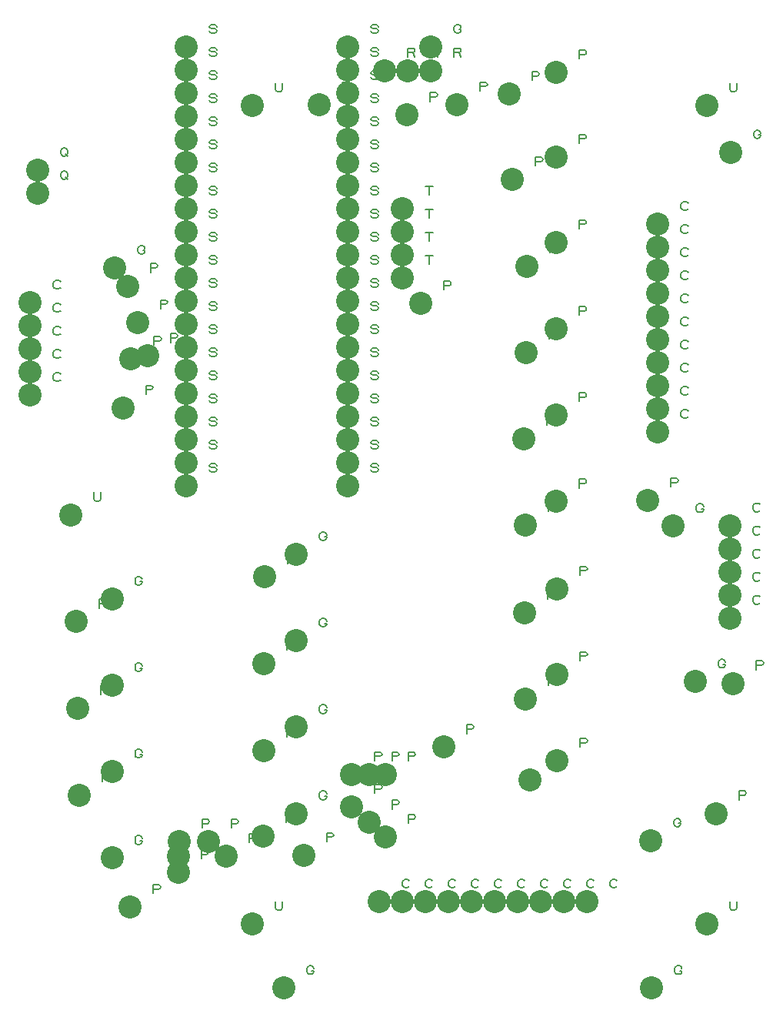
<source format=gbr>
G04 DesignSpark PCB PRO Gerber Version 10.0 Build 5299*
G04 #@! TF.Part,Single*
G04 #@! TF.FileFunction,Drillmap*
G04 #@! TF.FilePolarity,Positive*
%FSLAX35Y35*%
%MOIN*%
%ADD10C,0.00500*%
G04 #@! TA.AperFunction,ViaPad*
%ADD79C,0.10000*%
G04 #@! TD.AperFunction*
X0Y0D02*
D02*
D10*
X55107Y305238D02*
X54795Y304925D01*
X54170Y304613D01*
X53232D01*
X52607Y304925D01*
X52295Y305238D01*
X51982Y305863D01*
Y307113D01*
X52295Y307738D01*
X52607Y308050D01*
X53232Y308363D01*
X54170D01*
X54795Y308050D01*
X55107Y307738D01*
Y315238D02*
X54795Y314925D01*
X54170Y314613D01*
X53232D01*
X52607Y314925D01*
X52295Y315238D01*
X51982Y315863D01*
Y317113D01*
X52295Y317738D01*
X52607Y318050D01*
X53232Y318363D01*
X54170D01*
X54795Y318050D01*
X55107Y317738D01*
Y325238D02*
X54795Y324925D01*
X54170Y324613D01*
X53232D01*
X52607Y324925D01*
X52295Y325238D01*
X51982Y325863D01*
Y327113D01*
X52295Y327738D01*
X52607Y328050D01*
X53232Y328363D01*
X54170D01*
X54795Y328050D01*
X55107Y327738D01*
Y335238D02*
X54795Y334925D01*
X54170Y334613D01*
X53232D01*
X52607Y334925D01*
X52295Y335238D01*
X51982Y335863D01*
Y337113D01*
X52295Y337738D01*
X52607Y338050D01*
X53232Y338363D01*
X54170D01*
X54795Y338050D01*
X55107Y337738D01*
Y345238D02*
X54795Y344925D01*
X54170Y344613D01*
X53232D01*
X52607Y344925D01*
X52295Y345238D01*
X51982Y345863D01*
Y347113D01*
X52295Y347738D01*
X52607Y348050D01*
X53232Y348363D01*
X54170D01*
X54795Y348050D01*
X55107Y347738D01*
X55132Y393264D02*
Y394514D01*
X55444Y395139D01*
X55757Y395452D01*
X56382Y395764D01*
X57007D01*
X57632Y395452D01*
X57944Y395139D01*
X58257Y394514D01*
Y393264D01*
X57944Y392639D01*
X57632Y392327D01*
X57007Y392014D01*
X56382D01*
X55757Y392327D01*
X55444Y392639D01*
X55132Y393264D01*
X57319Y392952D02*
X58257Y392014D01*
X55132Y403264D02*
Y404514D01*
X55444Y405139D01*
X55757Y405452D01*
X56382Y405764D01*
X57007D01*
X57632Y405452D01*
X57944Y405139D01*
X58257Y404514D01*
Y403264D01*
X57944Y402639D01*
X57632Y402327D01*
X57007Y402014D01*
X56382D01*
X55757Y402327D01*
X55444Y402639D01*
X55132Y403264D01*
X57319Y402952D02*
X58257Y402014D01*
X69502Y256591D02*
Y253779D01*
X69815Y253154D01*
X70439Y252841D01*
X71689D01*
X72315Y253154D01*
X72627Y253779D01*
Y256591D01*
X72061Y206581D02*
Y210331D01*
X74248D01*
X74874Y210019D01*
X75186Y209394D01*
X74874Y208769D01*
X74248Y208456D01*
X72061D01*
X72455Y169180D02*
Y172930D01*
X74642D01*
X75267Y172617D01*
X75580Y171992D01*
X75267Y171367D01*
X74642Y171055D01*
X72455D01*
X73242Y131384D02*
Y135134D01*
X75430D01*
X76055Y134822D01*
X76367Y134197D01*
X76055Y133572D01*
X75430Y133259D01*
X73242D01*
X89603Y105781D02*
X90541D01*
Y105469D01*
X90228Y104844D01*
X89915Y104531D01*
X89291Y104219D01*
X88665D01*
X88041Y104531D01*
X87728Y104844D01*
X87415Y105469D01*
Y106719D01*
X87728Y107344D01*
X88041Y107657D01*
X88665Y107969D01*
X89291D01*
X89915Y107657D01*
X90228Y107344D01*
X90541Y106719D01*
X89603Y143183D02*
X90541D01*
Y142870D01*
X90228Y142246D01*
X89915Y141933D01*
X89291Y141620D01*
X88665D01*
X88041Y141933D01*
X87728Y142246D01*
X87415Y142870D01*
Y144120D01*
X87728Y144746D01*
X88041Y145058D01*
X88665Y145370D01*
X89291D01*
X89915Y145058D01*
X90228Y144746D01*
X90541Y144120D01*
X89603Y180585D02*
X90541D01*
Y180272D01*
X90228Y179647D01*
X89915Y179335D01*
X89291Y179022D01*
X88665D01*
X88041Y179335D01*
X87728Y179647D01*
X87415Y180272D01*
Y181522D01*
X87728Y182147D01*
X88041Y182460D01*
X88665Y182772D01*
X89291D01*
X89915Y182460D01*
X90228Y182147D01*
X90541Y181522D01*
X89603Y217986D02*
X90541D01*
Y217674D01*
X90228Y217049D01*
X89915Y216736D01*
X89291Y216424D01*
X88665D01*
X88041Y216736D01*
X87728Y217049D01*
X87415Y217674D01*
Y218924D01*
X87728Y219549D01*
X88041Y219861D01*
X88665Y220174D01*
X89291D01*
X89915Y219861D01*
X90228Y219549D01*
X90541Y218924D01*
X90784Y361293D02*
X91722D01*
Y360981D01*
X91409Y360356D01*
X91096Y360043D01*
X90472Y359731D01*
X89846D01*
X89222Y360043D01*
X88909Y360356D01*
X88596Y360981D01*
Y362231D01*
X88909Y362856D01*
X89222Y363169D01*
X89846Y363481D01*
X90472D01*
X91096Y363169D01*
X91409Y362856D01*
X91722Y362231D01*
X92140Y299144D02*
Y302894D01*
X94327D01*
X94952Y302582D01*
X95265Y301957D01*
X94952Y301332D01*
X94327Y301019D01*
X92140D01*
X94108Y351857D02*
Y355607D01*
X96296D01*
X96921Y355294D01*
X97233Y354669D01*
X96921Y354044D01*
X96296Y353732D01*
X94108D01*
X95289Y82959D02*
Y86709D01*
X97477D01*
X98102Y86397D01*
X98415Y85772D01*
X98102Y85147D01*
X97477Y84834D01*
X95289D01*
X95683Y320361D02*
Y324111D01*
X97870D01*
X98496Y323798D01*
X98808Y323173D01*
X98496Y322548D01*
X97870Y322236D01*
X95683D01*
X98439Y336109D02*
Y339859D01*
X100626D01*
X101252Y339546D01*
X101564Y338921D01*
X101252Y338296D01*
X100626Y337984D01*
X98439D01*
X102770Y321542D02*
Y325292D01*
X104957D01*
X105582Y324980D01*
X105895Y324354D01*
X105582Y323730D01*
X104957Y323417D01*
X102770D01*
X116156Y97920D02*
Y101670D01*
X118343D01*
X118968Y101357D01*
X119281Y100732D01*
X118968Y100107D01*
X118343Y99795D01*
X116156D01*
Y105006D02*
Y108756D01*
X118343D01*
X118968Y108444D01*
X119281Y107819D01*
X118968Y107194D01*
X118343Y106881D01*
X116156D01*
X116549Y111306D02*
Y115056D01*
X118737D01*
X119362Y114743D01*
X119674Y114118D01*
X119362Y113493D01*
X118737Y113181D01*
X116549D01*
X119699Y266338D02*
X120011Y265713D01*
X120636Y265400D01*
X121886D01*
X122511Y265713D01*
X122824Y266338D01*
X122511Y266963D01*
X121886Y267275D01*
X120636D01*
X120011Y267588D01*
X119699Y268213D01*
X120011Y268838D01*
X120636Y269150D01*
X121886D01*
X122511Y268838D01*
X122824Y268213D01*
X119699Y276338D02*
X120011Y275713D01*
X120636Y275400D01*
X121886D01*
X122511Y275713D01*
X122824Y276338D01*
X122511Y276963D01*
X121886Y277275D01*
X120636D01*
X120011Y277588D01*
X119699Y278213D01*
X120011Y278838D01*
X120636Y279150D01*
X121886D01*
X122511Y278838D01*
X122824Y278213D01*
X119699Y286338D02*
X120011Y285713D01*
X120636Y285400D01*
X121886D01*
X122511Y285713D01*
X122824Y286338D01*
X122511Y286963D01*
X121886Y287275D01*
X120636D01*
X120011Y287588D01*
X119699Y288213D01*
X120011Y288838D01*
X120636Y289150D01*
X121886D01*
X122511Y288838D01*
X122824Y288213D01*
X119699Y296338D02*
X120011Y295713D01*
X120636Y295400D01*
X121886D01*
X122511Y295713D01*
X122824Y296338D01*
X122511Y296963D01*
X121886Y297275D01*
X120636D01*
X120011Y297588D01*
X119699Y298213D01*
X120011Y298838D01*
X120636Y299150D01*
X121886D01*
X122511Y298838D01*
X122824Y298213D01*
X119699Y306338D02*
X120011Y305713D01*
X120636Y305400D01*
X121886D01*
X122511Y305713D01*
X122824Y306338D01*
X122511Y306963D01*
X121886Y307275D01*
X120636D01*
X120011Y307588D01*
X119699Y308213D01*
X120011Y308838D01*
X120636Y309150D01*
X121886D01*
X122511Y308838D01*
X122824Y308213D01*
X119699Y316338D02*
X120011Y315713D01*
X120636Y315400D01*
X121886D01*
X122511Y315713D01*
X122824Y316338D01*
X122511Y316963D01*
X121886Y317275D01*
X120636D01*
X120011Y317588D01*
X119699Y318213D01*
X120011Y318838D01*
X120636Y319150D01*
X121886D01*
X122511Y318838D01*
X122824Y318213D01*
X119699Y326338D02*
X120011Y325713D01*
X120636Y325400D01*
X121886D01*
X122511Y325713D01*
X122824Y326338D01*
X122511Y326963D01*
X121886Y327275D01*
X120636D01*
X120011Y327588D01*
X119699Y328213D01*
X120011Y328838D01*
X120636Y329150D01*
X121886D01*
X122511Y328838D01*
X122824Y328213D01*
X119699Y336338D02*
X120011Y335713D01*
X120636Y335400D01*
X121886D01*
X122511Y335713D01*
X122824Y336338D01*
X122511Y336963D01*
X121886Y337275D01*
X120636D01*
X120011Y337588D01*
X119699Y338213D01*
X120011Y338838D01*
X120636Y339150D01*
X121886D01*
X122511Y338838D01*
X122824Y338213D01*
X119699Y346338D02*
X120011Y345713D01*
X120636Y345400D01*
X121886D01*
X122511Y345713D01*
X122824Y346338D01*
X122511Y346963D01*
X121886Y347275D01*
X120636D01*
X120011Y347588D01*
X119699Y348213D01*
X120011Y348838D01*
X120636Y349150D01*
X121886D01*
X122511Y348838D01*
X122824Y348213D01*
X119699Y356338D02*
X120011Y355713D01*
X120636Y355400D01*
X121886D01*
X122511Y355713D01*
X122824Y356338D01*
X122511Y356963D01*
X121886Y357275D01*
X120636D01*
X120011Y357588D01*
X119699Y358213D01*
X120011Y358838D01*
X120636Y359150D01*
X121886D01*
X122511Y358838D01*
X122824Y358213D01*
X119699Y366338D02*
X120011Y365713D01*
X120636Y365400D01*
X121886D01*
X122511Y365713D01*
X122824Y366338D01*
X122511Y366963D01*
X121886Y367275D01*
X120636D01*
X120011Y367588D01*
X119699Y368213D01*
X120011Y368838D01*
X120636Y369150D01*
X121886D01*
X122511Y368838D01*
X122824Y368213D01*
X119699Y376338D02*
X120011Y375713D01*
X120636Y375400D01*
X121886D01*
X122511Y375713D01*
X122824Y376338D01*
X122511Y376963D01*
X121886Y377275D01*
X120636D01*
X120011Y377588D01*
X119699Y378213D01*
X120011Y378838D01*
X120636Y379150D01*
X121886D01*
X122511Y378838D01*
X122824Y378213D01*
X119699Y386338D02*
X120011Y385713D01*
X120636Y385400D01*
X121886D01*
X122511Y385713D01*
X122824Y386338D01*
X122511Y386963D01*
X121886Y387275D01*
X120636D01*
X120011Y387588D01*
X119699Y388213D01*
X120011Y388838D01*
X120636Y389150D01*
X121886D01*
X122511Y388838D01*
X122824Y388213D01*
X119699Y396338D02*
X120011Y395713D01*
X120636Y395400D01*
X121886D01*
X122511Y395713D01*
X122824Y396338D01*
X122511Y396963D01*
X121886Y397275D01*
X120636D01*
X120011Y397588D01*
X119699Y398213D01*
X120011Y398838D01*
X120636Y399150D01*
X121886D01*
X122511Y398838D01*
X122824Y398213D01*
X119699Y406338D02*
X120011Y405713D01*
X120636Y405400D01*
X121886D01*
X122511Y405713D01*
X122824Y406338D01*
X122511Y406963D01*
X121886Y407275D01*
X120636D01*
X120011Y407588D01*
X119699Y408213D01*
X120011Y408838D01*
X120636Y409150D01*
X121886D01*
X122511Y408838D01*
X122824Y408213D01*
X119699Y416338D02*
X120011Y415713D01*
X120636Y415400D01*
X121886D01*
X122511Y415713D01*
X122824Y416338D01*
X122511Y416963D01*
X121886Y417275D01*
X120636D01*
X120011Y417588D01*
X119699Y418213D01*
X120011Y418838D01*
X120636Y419150D01*
X121886D01*
X122511Y418838D01*
X122824Y418213D01*
X119699Y426338D02*
X120011Y425713D01*
X120636Y425400D01*
X121886D01*
X122511Y425713D01*
X122824Y426338D01*
X122511Y426963D01*
X121886Y427275D01*
X120636D01*
X120011Y427588D01*
X119699Y428213D01*
X120011Y428838D01*
X120636Y429150D01*
X121886D01*
X122511Y428838D01*
X122824Y428213D01*
X119699Y436338D02*
X120011Y435713D01*
X120636Y435400D01*
X121886D01*
X122511Y435713D01*
X122824Y436338D01*
X122511Y436963D01*
X121886Y437275D01*
X120636D01*
X120011Y437588D01*
X119699Y438213D01*
X120011Y438838D01*
X120636Y439150D01*
X121886D01*
X122511Y438838D01*
X122824Y438213D01*
X119699Y446338D02*
X120011Y445713D01*
X120636Y445400D01*
X121886D01*
X122511Y445713D01*
X122824Y446338D01*
X122511Y446963D01*
X121886Y447275D01*
X120636D01*
X120011Y447588D01*
X119699Y448213D01*
X120011Y448838D01*
X120636Y449150D01*
X121886D01*
X122511Y448838D01*
X122824Y448213D01*
X119699Y456338D02*
X120011Y455713D01*
X120636Y455400D01*
X121886D01*
X122511Y455713D01*
X122824Y456338D01*
X122511Y456963D01*
X121886Y457275D01*
X120636D01*
X120011Y457588D01*
X119699Y458213D01*
X120011Y458838D01*
X120636Y459150D01*
X121886D01*
X122511Y458838D01*
X122824Y458213D01*
X129148Y111306D02*
Y115056D01*
X131335D01*
X131960Y114743D01*
X132273Y114118D01*
X131960Y113493D01*
X131335Y113181D01*
X129148D01*
X137022Y105006D02*
Y108756D01*
X139209D01*
X139834Y108444D01*
X140147Y107819D01*
X139834Y107194D01*
X139209Y106881D01*
X137022D01*
X148242Y79426D02*
Y76613D01*
X148555Y75988D01*
X149180Y75676D01*
X150430D01*
X151055Y75988D01*
X151367Y76613D01*
Y79426D01*
X148242Y433756D02*
Y430944D01*
X148555Y430319D01*
X149180Y430006D01*
X150430D01*
X151055Y430319D01*
X151367Y430944D01*
Y433756D01*
X152770Y113668D02*
Y117418D01*
X154957D01*
X155582Y117106D01*
X155895Y116480D01*
X155582Y115856D01*
X154957Y115543D01*
X152770D01*
X153163Y150676D02*
Y154426D01*
X155351D01*
X155976Y154113D01*
X156289Y153488D01*
X155976Y152863D01*
X155351Y152551D01*
X153163D01*
Y188471D02*
Y192221D01*
X155351D01*
X155976Y191909D01*
X156289Y191283D01*
X155976Y190659D01*
X155351Y190346D01*
X153163D01*
X153557Y225872D02*
Y229622D01*
X155744D01*
X156370Y229310D01*
X156682Y228685D01*
X156370Y228060D01*
X155744Y227748D01*
X153557D01*
X164012Y49482D02*
X164950D01*
Y49170D01*
X164637Y48545D01*
X164325Y48232D01*
X163700Y47920D01*
X163075D01*
X162450Y48232D01*
X162137Y48545D01*
X161825Y49170D01*
Y50420D01*
X162137Y51045D01*
X162450Y51357D01*
X163075Y51670D01*
X163700D01*
X164325Y51357D01*
X164637Y51045D01*
X164950Y50420D01*
X169524Y125073D02*
X170462D01*
Y124760D01*
X170149Y124135D01*
X169837Y123823D01*
X169212Y123510D01*
X168587D01*
X167962Y123823D01*
X167649Y124135D01*
X167337Y124760D01*
Y126010D01*
X167649Y126635D01*
X167962Y126948D01*
X168587Y127260D01*
X169212D01*
X169837Y126948D01*
X170149Y126635D01*
X170462Y126010D01*
X169524Y162474D02*
X170462D01*
Y162162D01*
X170149Y161537D01*
X169837Y161224D01*
X169212Y160912D01*
X168587D01*
X167962Y161224D01*
X167649Y161537D01*
X167337Y162162D01*
Y163412D01*
X167649Y164037D01*
X167962Y164350D01*
X168587Y164662D01*
X169212D01*
X169837Y164350D01*
X170149Y164037D01*
X170462Y163412D01*
X169524Y199876D02*
X170462D01*
Y199563D01*
X170149Y198939D01*
X169837Y198626D01*
X169212Y198313D01*
X168587D01*
X167962Y198626D01*
X167649Y198939D01*
X167337Y199563D01*
Y200813D01*
X167649Y201439D01*
X167962Y201751D01*
X168587Y202063D01*
X169212D01*
X169837Y201751D01*
X170149Y201439D01*
X170462Y200813D01*
X169524Y237278D02*
X170462D01*
Y236965D01*
X170149Y236340D01*
X169837Y236028D01*
X169212Y235715D01*
X168587D01*
X167962Y236028D01*
X167649Y236340D01*
X167337Y236965D01*
Y238215D01*
X167649Y238840D01*
X167962Y239153D01*
X168587Y239465D01*
X169212D01*
X169837Y239153D01*
X170149Y238840D01*
X170462Y238215D01*
X170486Y105400D02*
Y109150D01*
X172674D01*
X173299Y108838D01*
X173611Y108213D01*
X173299Y107588D01*
X172674Y107275D01*
X170486D01*
X177376Y430400D02*
Y434150D01*
X179563D01*
X180189Y433838D01*
X180501Y433213D01*
X180189Y432588D01*
X179563Y432275D01*
X177376D01*
X189699Y266338D02*
X190011Y265713D01*
X190636Y265400D01*
X191886D01*
X192511Y265713D01*
X192824Y266338D01*
X192511Y266963D01*
X191886Y267275D01*
X190636D01*
X190011Y267588D01*
X189699Y268213D01*
X190011Y268838D01*
X190636Y269150D01*
X191886D01*
X192511Y268838D01*
X192824Y268213D01*
X189699Y276338D02*
X190011Y275713D01*
X190636Y275400D01*
X191886D01*
X192511Y275713D01*
X192824Y276338D01*
X192511Y276963D01*
X191886Y277275D01*
X190636D01*
X190011Y277588D01*
X189699Y278213D01*
X190011Y278838D01*
X190636Y279150D01*
X191886D01*
X192511Y278838D01*
X192824Y278213D01*
X189699Y286338D02*
X190011Y285713D01*
X190636Y285400D01*
X191886D01*
X192511Y285713D01*
X192824Y286338D01*
X192511Y286963D01*
X191886Y287275D01*
X190636D01*
X190011Y287588D01*
X189699Y288213D01*
X190011Y288838D01*
X190636Y289150D01*
X191886D01*
X192511Y288838D01*
X192824Y288213D01*
X189699Y296338D02*
X190011Y295713D01*
X190636Y295400D01*
X191886D01*
X192511Y295713D01*
X192824Y296338D01*
X192511Y296963D01*
X191886Y297275D01*
X190636D01*
X190011Y297588D01*
X189699Y298213D01*
X190011Y298838D01*
X190636Y299150D01*
X191886D01*
X192511Y298838D01*
X192824Y298213D01*
X189699Y306338D02*
X190011Y305713D01*
X190636Y305400D01*
X191886D01*
X192511Y305713D01*
X192824Y306338D01*
X192511Y306963D01*
X191886Y307275D01*
X190636D01*
X190011Y307588D01*
X189699Y308213D01*
X190011Y308838D01*
X190636Y309150D01*
X191886D01*
X192511Y308838D01*
X192824Y308213D01*
X189699Y316338D02*
X190011Y315713D01*
X190636Y315400D01*
X191886D01*
X192511Y315713D01*
X192824Y316338D01*
X192511Y316963D01*
X191886Y317275D01*
X190636D01*
X190011Y317588D01*
X189699Y318213D01*
X190011Y318838D01*
X190636Y319150D01*
X191886D01*
X192511Y318838D01*
X192824Y318213D01*
X189699Y326338D02*
X190011Y325713D01*
X190636Y325400D01*
X191886D01*
X192511Y325713D01*
X192824Y326338D01*
X192511Y326963D01*
X191886Y327275D01*
X190636D01*
X190011Y327588D01*
X189699Y328213D01*
X190011Y328838D01*
X190636Y329150D01*
X191886D01*
X192511Y328838D01*
X192824Y328213D01*
X189699Y336338D02*
X190011Y335713D01*
X190636Y335400D01*
X191886D01*
X192511Y335713D01*
X192824Y336338D01*
X192511Y336963D01*
X191886Y337275D01*
X190636D01*
X190011Y337588D01*
X189699Y338213D01*
X190011Y338838D01*
X190636Y339150D01*
X191886D01*
X192511Y338838D01*
X192824Y338213D01*
X189699Y346338D02*
X190011Y345713D01*
X190636Y345400D01*
X191886D01*
X192511Y345713D01*
X192824Y346338D01*
X192511Y346963D01*
X191886Y347275D01*
X190636D01*
X190011Y347588D01*
X189699Y348213D01*
X190011Y348838D01*
X190636Y349150D01*
X191886D01*
X192511Y348838D01*
X192824Y348213D01*
X189699Y356338D02*
X190011Y355713D01*
X190636Y355400D01*
X191886D01*
X192511Y355713D01*
X192824Y356338D01*
X192511Y356963D01*
X191886Y357275D01*
X190636D01*
X190011Y357588D01*
X189699Y358213D01*
X190011Y358838D01*
X190636Y359150D01*
X191886D01*
X192511Y358838D01*
X192824Y358213D01*
X189699Y366338D02*
X190011Y365713D01*
X190636Y365400D01*
X191886D01*
X192511Y365713D01*
X192824Y366338D01*
X192511Y366963D01*
X191886Y367275D01*
X190636D01*
X190011Y367588D01*
X189699Y368213D01*
X190011Y368838D01*
X190636Y369150D01*
X191886D01*
X192511Y368838D01*
X192824Y368213D01*
X189699Y376338D02*
X190011Y375713D01*
X190636Y375400D01*
X191886D01*
X192511Y375713D01*
X192824Y376338D01*
X192511Y376963D01*
X191886Y377275D01*
X190636D01*
X190011Y377588D01*
X189699Y378213D01*
X190011Y378838D01*
X190636Y379150D01*
X191886D01*
X192511Y378838D01*
X192824Y378213D01*
X189699Y386338D02*
X190011Y385713D01*
X190636Y385400D01*
X191886D01*
X192511Y385713D01*
X192824Y386338D01*
X192511Y386963D01*
X191886Y387275D01*
X190636D01*
X190011Y387588D01*
X189699Y388213D01*
X190011Y388838D01*
X190636Y389150D01*
X191886D01*
X192511Y388838D01*
X192824Y388213D01*
X189699Y396338D02*
X190011Y395713D01*
X190636Y395400D01*
X191886D01*
X192511Y395713D01*
X192824Y396338D01*
X192511Y396963D01*
X191886Y397275D01*
X190636D01*
X190011Y397588D01*
X189699Y398213D01*
X190011Y398838D01*
X190636Y399150D01*
X191886D01*
X192511Y398838D01*
X192824Y398213D01*
X189699Y406338D02*
X190011Y405713D01*
X190636Y405400D01*
X191886D01*
X192511Y405713D01*
X192824Y406338D01*
X192511Y406963D01*
X191886Y407275D01*
X190636D01*
X190011Y407588D01*
X189699Y408213D01*
X190011Y408838D01*
X190636Y409150D01*
X191886D01*
X192511Y408838D01*
X192824Y408213D01*
X189699Y416338D02*
X190011Y415713D01*
X190636Y415400D01*
X191886D01*
X192511Y415713D01*
X192824Y416338D01*
X192511Y416963D01*
X191886Y417275D01*
X190636D01*
X190011Y417588D01*
X189699Y418213D01*
X190011Y418838D01*
X190636Y419150D01*
X191886D01*
X192511Y418838D01*
X192824Y418213D01*
X189699Y426338D02*
X190011Y425713D01*
X190636Y425400D01*
X191886D01*
X192511Y425713D01*
X192824Y426338D01*
X192511Y426963D01*
X191886Y427275D01*
X190636D01*
X190011Y427588D01*
X189699Y428213D01*
X190011Y428838D01*
X190636Y429150D01*
X191886D01*
X192511Y428838D01*
X192824Y428213D01*
X189699Y436338D02*
X190011Y435713D01*
X190636Y435400D01*
X191886D01*
X192511Y435713D01*
X192824Y436338D01*
X192511Y436963D01*
X191886Y437275D01*
X190636D01*
X190011Y437588D01*
X189699Y438213D01*
X190011Y438838D01*
X190636Y439150D01*
X191886D01*
X192511Y438838D01*
X192824Y438213D01*
X189699Y446338D02*
X190011Y445713D01*
X190636Y445400D01*
X191886D01*
X192511Y445713D01*
X192824Y446338D01*
X192511Y446963D01*
X191886Y447275D01*
X190636D01*
X190011Y447588D01*
X189699Y448213D01*
X190011Y448838D01*
X190636Y449150D01*
X191886D01*
X192511Y448838D01*
X192824Y448213D01*
X189699Y456338D02*
X190011Y455713D01*
X190636Y455400D01*
X191886D01*
X192511Y455713D01*
X192824Y456338D01*
X192511Y456963D01*
X191886Y457275D01*
X190636D01*
X190011Y457588D01*
X189699Y458213D01*
X190011Y458838D01*
X190636Y459150D01*
X191886D01*
X192511Y458838D01*
X192824Y458213D01*
X191352Y126266D02*
Y130016D01*
X193540D01*
X194165Y129704D01*
X194478Y129079D01*
X194165Y128454D01*
X193540Y128141D01*
X191352D01*
Y140439D02*
Y144189D01*
X193540D01*
X194165Y143877D01*
X194478Y143252D01*
X194165Y142627D01*
X193540Y142315D01*
X191352D01*
X198833Y119573D02*
Y123323D01*
X201020D01*
X201645Y123011D01*
X201958Y122386D01*
X201645Y121761D01*
X201020Y121448D01*
X198833D01*
Y140439D02*
Y144189D01*
X201020D01*
X201645Y143877D01*
X201958Y143252D01*
X201645Y142627D01*
X201020Y142315D01*
X198833D01*
X206289Y85946D02*
X205976Y85634D01*
X205351Y85321D01*
X204413D01*
X203789Y85634D01*
X203476Y85946D01*
X203163Y86571D01*
Y87821D01*
X203476Y88446D01*
X203789Y88759D01*
X204413Y89071D01*
X205351D01*
X205976Y88759D01*
X206289Y88446D01*
X205604Y445164D02*
Y448914D01*
X207792D01*
X208417Y448602D01*
X208730Y447976D01*
X208417Y447352D01*
X207792Y447039D01*
X205604D01*
X207792D02*
X208730Y445164D01*
X205919Y113274D02*
Y117024D01*
X208107D01*
X208732Y116712D01*
X209044Y116087D01*
X208732Y115462D01*
X208107Y115149D01*
X205919D01*
Y140439D02*
Y144189D01*
X208107D01*
X208732Y143877D01*
X209044Y143252D01*
X208732Y142627D01*
X208107Y142315D01*
X205919D01*
X216289Y85946D02*
X215976Y85634D01*
X215351Y85321D01*
X214413D01*
X213789Y85634D01*
X213476Y85946D01*
X213163Y86571D01*
Y87821D01*
X213476Y88446D01*
X213789Y88759D01*
X214413Y89071D01*
X215351D01*
X215976Y88759D01*
X216289Y88446D01*
X214962Y355321D02*
Y359071D01*
X213400D02*
X216525D01*
X214962Y365321D02*
Y369071D01*
X213400D02*
X216525D01*
X214962Y375321D02*
Y379071D01*
X213400D02*
X216525D01*
X214962Y385321D02*
Y389071D01*
X213400D02*
X216525D01*
X215368Y425872D02*
Y429622D01*
X217556D01*
X218181Y429310D01*
X218493Y428685D01*
X218181Y428060D01*
X217556Y427748D01*
X215368D01*
X215604Y445164D02*
Y448914D01*
X217792D01*
X218417Y448602D01*
X218730Y447976D01*
X218417Y447352D01*
X217792Y447039D01*
X215604D01*
X217792D02*
X218730Y445164D01*
X221274Y344376D02*
Y348126D01*
X223461D01*
X224086Y347814D01*
X224399Y347189D01*
X224086Y346564D01*
X223461Y346252D01*
X221274D01*
X226289Y85946D02*
X225976Y85634D01*
X225351Y85321D01*
X224413D01*
X223789Y85634D01*
X223476Y85946D01*
X223163Y86571D01*
Y87821D01*
X223476Y88446D01*
X223789Y88759D01*
X224413Y89071D01*
X225351D01*
X225976Y88759D01*
X226289Y88446D01*
X225604Y445164D02*
Y448914D01*
X227792D01*
X228417Y448602D01*
X228730Y447976D01*
X228417Y447352D01*
X227792Y447039D01*
X225604D01*
X227792D02*
X228730Y445164D01*
X227792Y456963D02*
X228730D01*
Y456650D01*
X228417Y456025D01*
X228104Y455713D01*
X227480Y455400D01*
X226854D01*
X226230Y455713D01*
X225917Y456025D01*
X225604Y456650D01*
Y457900D01*
X225917Y458525D01*
X226230Y458838D01*
X226854Y459150D01*
X227480D01*
X228104Y458838D01*
X228417Y458525D01*
X228730Y457900D01*
X231116Y152250D02*
Y156000D01*
X233304D01*
X233929Y155688D01*
X234241Y155063D01*
X233929Y154438D01*
X233304Y154126D01*
X231116D01*
X236289Y85946D02*
X235976Y85634D01*
X235351Y85321D01*
X234413D01*
X233789Y85634D01*
X233476Y85946D01*
X233163Y86571D01*
Y87821D01*
X233476Y88446D01*
X233789Y88759D01*
X234413Y89071D01*
X235351D01*
X235976Y88759D01*
X236289Y88446D01*
X237022Y430400D02*
Y434150D01*
X239209D01*
X239834Y433838D01*
X240147Y433213D01*
X239834Y432588D01*
X239209Y432275D01*
X237022D01*
X246289Y85946D02*
X245976Y85634D01*
X245351Y85321D01*
X244413D01*
X243789Y85634D01*
X243476Y85946D01*
X243163Y86571D01*
Y87821D01*
X243476Y88446D01*
X243789Y88759D01*
X244413Y89071D01*
X245351D01*
X245976Y88759D01*
X246289Y88446D01*
X256289Y85946D02*
X255976Y85634D01*
X255351Y85321D01*
X254413D01*
X253789Y85634D01*
X253476Y85946D01*
X253163Y86571D01*
Y87821D01*
X253476Y88446D01*
X253789Y88759D01*
X254413Y89071D01*
X255351D01*
X255976Y88759D01*
X256289Y88446D01*
X259463Y434928D02*
Y438678D01*
X261650D01*
X262275Y438365D01*
X262588Y437740D01*
X262275Y437115D01*
X261650Y436803D01*
X259463D01*
X261037Y397920D02*
Y401670D01*
X263225D01*
X263850Y401357D01*
X264163Y400732D01*
X263850Y400107D01*
X263225Y399795D01*
X261037D01*
X266289Y85946D02*
X265976Y85634D01*
X265351Y85321D01*
X264413D01*
X263789Y85634D01*
X263476Y85946D01*
X263163Y86571D01*
Y87821D01*
X263476Y88446D01*
X263789Y88759D01*
X264413Y89071D01*
X265351D01*
X265976Y88759D01*
X266289Y88446D01*
X265762Y285715D02*
Y289465D01*
X267949D01*
X268574Y289153D01*
X268887Y288528D01*
X268574Y287903D01*
X267949Y287590D01*
X265762D01*
X266156Y210518D02*
Y214268D01*
X268343D01*
X268968Y213956D01*
X269281Y213331D01*
X268968Y212706D01*
X268343Y212393D01*
X266156D01*
X266549Y173117D02*
Y176867D01*
X268737D01*
X269362Y176554D01*
X269674Y175929D01*
X269362Y175304D01*
X268737Y174992D01*
X266549D01*
Y248313D02*
Y252063D01*
X268737D01*
X269362Y251751D01*
X269674Y251126D01*
X269362Y250501D01*
X268737Y250189D01*
X266549D01*
X266943Y323117D02*
Y326867D01*
X269130D01*
X269756Y326554D01*
X270068Y325929D01*
X269756Y325304D01*
X269130Y324992D01*
X266943D01*
X267337Y360518D02*
Y364268D01*
X269524D01*
X270149Y363956D01*
X270462Y363331D01*
X270149Y362706D01*
X269524Y362393D01*
X267337D01*
X268518Y138077D02*
Y141827D01*
X270705D01*
X271330Y141515D01*
X271643Y140890D01*
X271330Y140265D01*
X270705Y139952D01*
X268518D01*
X276289Y85946D02*
X275976Y85634D01*
X275351Y85321D01*
X274413D01*
X273789Y85634D01*
X273476Y85946D01*
X273163Y86571D01*
Y87821D01*
X273476Y88446D01*
X273789Y88759D01*
X274413Y89071D01*
X275351D01*
X275976Y88759D01*
X276289Y88446D01*
X279935Y258550D02*
Y262300D01*
X282122D01*
X282748Y261987D01*
X283060Y261362D01*
X282748Y260737D01*
X282122Y260425D01*
X279935D01*
Y295951D02*
Y299701D01*
X282122D01*
X282748Y299389D01*
X283060Y298764D01*
X282748Y298139D01*
X282122Y297826D01*
X279935D01*
Y333353D02*
Y337103D01*
X282122D01*
X282748Y336791D01*
X283060Y336165D01*
X282748Y335541D01*
X282122Y335228D01*
X279935D01*
Y370754D02*
Y374504D01*
X282122D01*
X282748Y374192D01*
X283060Y373567D01*
X282748Y372942D01*
X282122Y372630D01*
X279935D01*
Y407762D02*
Y411512D01*
X282122D01*
X282748Y411200D01*
X283060Y410575D01*
X282748Y409950D01*
X282122Y409637D01*
X279935D01*
Y444376D02*
Y448126D01*
X282122D01*
X282748Y447814D01*
X283060Y447189D01*
X282748Y446564D01*
X282122Y446252D01*
X279935D01*
X280329Y146345D02*
Y150095D01*
X282516D01*
X283141Y149783D01*
X283454Y149157D01*
X283141Y148533D01*
X282516Y148220D01*
X280329D01*
Y183746D02*
Y187496D01*
X282516D01*
X283141Y187184D01*
X283454Y186559D01*
X283141Y185934D01*
X282516Y185622D01*
X280329D01*
Y220754D02*
Y224504D01*
X282516D01*
X283141Y224192D01*
X283454Y223567D01*
X283141Y222942D01*
X282516Y222630D01*
X280329D01*
X286289Y85946D02*
X285976Y85634D01*
X285351Y85321D01*
X284413D01*
X283789Y85634D01*
X283476Y85946D01*
X283163Y86571D01*
Y87821D01*
X283476Y88446D01*
X283789Y88759D01*
X284413Y89071D01*
X285351D01*
X285976Y88759D01*
X286289Y88446D01*
X296289Y85946D02*
X295976Y85634D01*
X295351Y85321D01*
X294413D01*
X293789Y85634D01*
X293476Y85946D01*
X293163Y86571D01*
Y87821D01*
X293476Y88446D01*
X293789Y88759D01*
X294413Y89071D01*
X295351D01*
X295976Y88759D01*
X296289Y88446D01*
X319699Y258943D02*
Y262693D01*
X321886D01*
X322511Y262381D01*
X322824Y261756D01*
X322511Y261131D01*
X321886Y260819D01*
X319699D01*
X323067Y113262D02*
X324005D01*
Y112949D01*
X323693Y112324D01*
X323380Y112012D01*
X322755Y111699D01*
X322130D01*
X321505Y112012D01*
X321193Y112324D01*
X320880Y112949D01*
Y114199D01*
X321193Y114824D01*
X321505Y115137D01*
X322130Y115449D01*
X322755D01*
X323380Y115137D01*
X323693Y114824D01*
X324005Y114199D01*
X323461Y49482D02*
X324399D01*
Y49170D01*
X324086Y48545D01*
X323774Y48232D01*
X323149Y47920D01*
X322524D01*
X321899Y48232D01*
X321586Y48545D01*
X321274Y49170D01*
Y50420D01*
X321586Y51045D01*
X321899Y51357D01*
X322524Y51670D01*
X323149D01*
X323774Y51357D01*
X324086Y51045D01*
X324399Y50420D01*
X327155Y289254D02*
X326842Y288941D01*
X326217Y288628D01*
X325280D01*
X324655Y288941D01*
X324342Y289254D01*
X324030Y289878D01*
Y291128D01*
X324342Y291754D01*
X324655Y292066D01*
X325280Y292378D01*
X326217D01*
X326842Y292066D01*
X327155Y291754D01*
Y299254D02*
X326842Y298941D01*
X326217Y298628D01*
X325280D01*
X324655Y298941D01*
X324342Y299254D01*
X324030Y299878D01*
Y301128D01*
X324342Y301754D01*
X324655Y302066D01*
X325280Y302378D01*
X326217D01*
X326842Y302066D01*
X327155Y301754D01*
Y309254D02*
X326842Y308941D01*
X326217Y308628D01*
X325280D01*
X324655Y308941D01*
X324342Y309254D01*
X324030Y309878D01*
Y311128D01*
X324342Y311754D01*
X324655Y312066D01*
X325280Y312378D01*
X326217D01*
X326842Y312066D01*
X327155Y311754D01*
Y319254D02*
X326842Y318941D01*
X326217Y318628D01*
X325280D01*
X324655Y318941D01*
X324342Y319254D01*
X324030Y319878D01*
Y321128D01*
X324342Y321754D01*
X324655Y322066D01*
X325280Y322378D01*
X326217D01*
X326842Y322066D01*
X327155Y321754D01*
Y329254D02*
X326842Y328941D01*
X326217Y328628D01*
X325280D01*
X324655Y328941D01*
X324342Y329254D01*
X324030Y329878D01*
Y331128D01*
X324342Y331754D01*
X324655Y332066D01*
X325280Y332378D01*
X326217D01*
X326842Y332066D01*
X327155Y331754D01*
Y339254D02*
X326842Y338941D01*
X326217Y338628D01*
X325280D01*
X324655Y338941D01*
X324342Y339254D01*
X324030Y339878D01*
Y341128D01*
X324342Y341754D01*
X324655Y342066D01*
X325280Y342378D01*
X326217D01*
X326842Y342066D01*
X327155Y341754D01*
Y349254D02*
X326842Y348941D01*
X326217Y348628D01*
X325280D01*
X324655Y348941D01*
X324342Y349254D01*
X324030Y349878D01*
Y351128D01*
X324342Y351754D01*
X324655Y352066D01*
X325280Y352378D01*
X326217D01*
X326842Y352066D01*
X327155Y351754D01*
Y359254D02*
X326842Y358941D01*
X326217Y358628D01*
X325280D01*
X324655Y358941D01*
X324342Y359254D01*
X324030Y359878D01*
Y361128D01*
X324342Y361754D01*
X324655Y362066D01*
X325280Y362378D01*
X326217D01*
X326842Y362066D01*
X327155Y361754D01*
Y369254D02*
X326842Y368941D01*
X326217Y368628D01*
X325280D01*
X324655Y368941D01*
X324342Y369254D01*
X324030Y369878D01*
Y371128D01*
X324342Y371754D01*
X324655Y372066D01*
X325280Y372378D01*
X326217D01*
X326842Y372066D01*
X327155Y371754D01*
Y379254D02*
X326842Y378941D01*
X326217Y378628D01*
X325280D01*
X324655Y378941D01*
X324342Y379254D01*
X324030Y379878D01*
Y381128D01*
X324342Y381754D01*
X324655Y382066D01*
X325280Y382378D01*
X326217D01*
X326842Y382066D01*
X327155Y381754D01*
X332910Y249482D02*
X333848D01*
Y249170D01*
X333535Y248545D01*
X333222Y248232D01*
X332598Y247920D01*
X331972D01*
X331348Y248232D01*
X331035Y248545D01*
X330722Y249170D01*
Y250420D01*
X331035Y251045D01*
X331348Y251357D01*
X331972Y251670D01*
X332598D01*
X333222Y251357D01*
X333535Y251045D01*
X333848Y250420D01*
X342359Y182159D02*
X343296D01*
Y181847D01*
X342984Y181222D01*
X342671Y180909D01*
X342046Y180597D01*
X341421D01*
X340796Y180909D01*
X340484Y181222D01*
X340171Y181847D01*
Y183097D01*
X340484Y183722D01*
X340796Y184035D01*
X341421Y184347D01*
X342046D01*
X342671Y184035D01*
X342984Y183722D01*
X343296Y183097D01*
X345093Y79426D02*
Y76613D01*
X345405Y75988D01*
X346030Y75676D01*
X347280D01*
X347905Y75988D01*
X348218Y76613D01*
Y79426D01*
X345093Y433756D02*
Y430944D01*
X345405Y430319D01*
X346030Y430006D01*
X347280D01*
X347905Y430319D01*
X348218Y430944D01*
Y433756D01*
X349226Y123510D02*
Y127260D01*
X351414D01*
X352039Y126948D01*
X352352Y126323D01*
X352039Y125698D01*
X351414Y125385D01*
X349226D01*
X358257Y208781D02*
X357944Y208469D01*
X357319Y208156D01*
X356382D01*
X355757Y208469D01*
X355444Y208781D01*
X355132Y209406D01*
Y210656D01*
X355444Y211281D01*
X355757Y211594D01*
X356382Y211906D01*
X357319D01*
X357944Y211594D01*
X358257Y211281D01*
Y218781D02*
X357944Y218469D01*
X357319Y218156D01*
X356382D01*
X355757Y218469D01*
X355444Y218781D01*
X355132Y219406D01*
Y220656D01*
X355444Y221281D01*
X355757Y221594D01*
X356382Y221906D01*
X357319D01*
X357944Y221594D01*
X358257Y221281D01*
Y228781D02*
X357944Y228469D01*
X357319Y228156D01*
X356382D01*
X355757Y228469D01*
X355444Y228781D01*
X355132Y229406D01*
Y230656D01*
X355444Y231281D01*
X355757Y231594D01*
X356382Y231906D01*
X357319D01*
X357944Y231594D01*
X358257Y231281D01*
Y238781D02*
X357944Y238469D01*
X357319Y238156D01*
X356382D01*
X355757Y238469D01*
X355444Y238781D01*
X355132Y239406D01*
Y240656D01*
X355444Y241281D01*
X355757Y241594D01*
X356382Y241906D01*
X357319D01*
X357944Y241594D01*
X358257Y241281D01*
Y248781D02*
X357944Y248469D01*
X357319Y248156D01*
X356382D01*
X355757Y248469D01*
X355444Y248781D01*
X355132Y249406D01*
Y250656D01*
X355444Y251281D01*
X355757Y251594D01*
X356382Y251906D01*
X357319D01*
X357944Y251594D01*
X358257Y251281D01*
X357713Y411293D02*
X358651D01*
Y410981D01*
X358338Y410356D01*
X358026Y410043D01*
X357401Y409731D01*
X356776D01*
X356151Y410043D01*
X355838Y410356D01*
X355526Y410981D01*
Y412231D01*
X355838Y412856D01*
X356151Y413169D01*
X356776Y413481D01*
X357401D01*
X358026Y413169D01*
X358338Y412856D01*
X358651Y412231D01*
X356707Y179853D02*
Y183603D01*
X358894D01*
X359519Y183291D01*
X359832Y182665D01*
X359519Y182041D01*
X358894Y181728D01*
X356707D01*
D02*
D79*
X41982Y298675D03*
Y308675D03*
Y318675D03*
Y328675D03*
Y338675D03*
X45132Y386077D03*
Y396077D03*
X59502Y246904D03*
X62061Y200644D03*
X62455Y163242D03*
X63242Y125447D03*
X77415Y98281D03*
Y135683D03*
Y173085D03*
Y210486D03*
X78596Y353793D03*
X82140Y293207D03*
X84108Y345919D03*
X85289Y77022D03*
X85683Y314423D03*
X88439Y330171D03*
X92770Y315604D03*
X106156Y91982D03*
Y99069D03*
X106549Y105368D03*
X109699Y259463D03*
Y269463D03*
Y279463D03*
Y289463D03*
Y299463D03*
Y309463D03*
Y319463D03*
Y329463D03*
Y339463D03*
Y349463D03*
Y359463D03*
Y369463D03*
Y379463D03*
Y389463D03*
Y399463D03*
Y409463D03*
Y419463D03*
Y429463D03*
Y439463D03*
Y449463D03*
X119148Y105368D03*
X127022Y99069D03*
X138242Y69738D03*
Y424069D03*
X142770Y107730D03*
X143163Y144738D03*
Y182533D03*
X143557Y219935D03*
X151825Y41982D03*
X157337Y117573D03*
Y154974D03*
Y192376D03*
Y229778D03*
X160486Y99463D03*
X167376Y424463D03*
X179699Y259463D03*
Y269463D03*
Y279463D03*
Y289463D03*
Y299463D03*
Y309463D03*
Y319463D03*
Y329463D03*
Y339463D03*
Y349463D03*
Y359463D03*
Y369463D03*
Y379463D03*
Y389463D03*
Y399463D03*
Y409463D03*
Y419463D03*
Y429463D03*
Y439463D03*
Y449463D03*
X181352Y120329D03*
Y134502D03*
X188833Y113636D03*
Y134502D03*
X193163Y79384D03*
X195604Y439226D03*
X195919Y107337D03*
Y134502D03*
X203163Y79384D03*
X203400Y349384D03*
Y359384D03*
Y369384D03*
Y379384D03*
X205368Y419935D03*
X205604Y439226D03*
X211274Y338439D03*
X213163Y79384D03*
X215604Y439226D03*
Y449463D03*
X221116Y146313D03*
X223163Y79384D03*
X227022Y424463D03*
X233163Y79384D03*
X243163D03*
X249463Y428990D03*
X251037Y391982D03*
X253163Y79384D03*
X255762Y279778D03*
X256156Y204581D03*
X256549Y167179D03*
Y242376D03*
X256943Y317179D03*
X257337Y354581D03*
X258518Y132140D03*
X263163Y79384D03*
X269935Y252612D03*
Y290014D03*
Y327415D03*
Y364817D03*
Y401825D03*
Y438439D03*
X270329Y140407D03*
Y177809D03*
Y214817D03*
X273163Y79384D03*
X283163D03*
X309699Y253006D03*
X310880Y105762D03*
X311274Y41982D03*
X314030Y282691D03*
Y292691D03*
Y302691D03*
Y312691D03*
Y322691D03*
Y332691D03*
Y342691D03*
Y352691D03*
Y362691D03*
Y372691D03*
X320722Y241982D03*
X330171Y174659D03*
X335093Y69738D03*
Y424069D03*
X339226Y117573D03*
X345132Y202219D03*
Y212219D03*
Y222219D03*
Y232219D03*
Y242219D03*
X345526Y403793D03*
X346707Y173915D03*
X0Y0D02*
M02*

</source>
